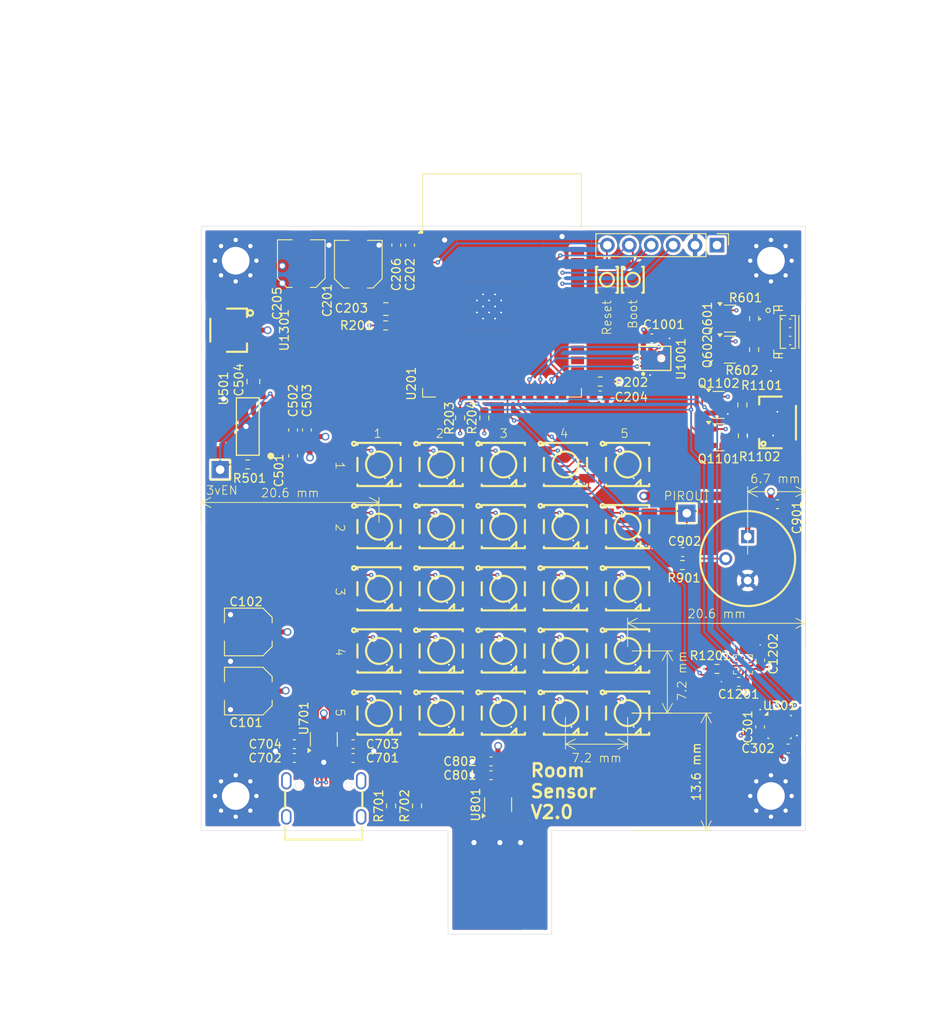
<source format=kicad_pcb>
(kicad_pcb (version 20240108) (generator "pcbnew") (generator_version "8.0")
  (layers (0 "F.Cu" signal) (1 "In1.Cu" power "Ground") (2 "In2.Cu" power "Power") (31 "B.Cu" signal) (34 "B.Paste" user) (35 "F.Paste" user) (36 "B.SilkS" user "B.Silkscreen") (37 "F.SilkS" user "F.Silkscreen") (38 "B.Mask" user) (39 "F.Mask" user) (44 "Edge.Cuts" user))
  (net 0 "")
  (net 4 "GND")
  (net 8 "Net-(LED401-DO)")
  (net 12 "Net-(LED402-DO)")
  (net 13 "Net-(LED403-DO)")
  (net 14 "Net-(LED404-DO)")
  (net 16 "Net-(LED405-DO)")
  (net 17 "Net-(LED406-DO)")
  (net 21 "Net-(LED407-DO)")
  (net 22 "Net-(LED408-DO)")
  (net 25 "Net-(LED409-DO)")
  (net 26 "Net-(LED410-DO)")
  (net 27 "Net-(LED411-DO)")
  (net 28 "Net-(LED412-DO)")
  (net 29 "Net-(LED413-DO)")
  (net 30 "Net-(LED415-DO)")
  (net 31 "Net-(LED416-DO)")
  (net 32 "Net-(LED417-DO)")
  (net 33 "Net-(LED418-DO)")
  (net 34 "Net-(LED419-DO)")
  (net 35 "Net-(LED420-DO)")
  (net 36 "Net-(LED421-DO)")
  (net 37 "Net-(LED422-DO)")
  (net 38 "Net-(LED423-DO)")
  (net 39 "Net-(LED424-DO)")
  (net 41 "/usba/USB.DP")
  (net 42 "/usba/USB.DN")
  (net 43 "/esp32/USB.DP")
  (net 44 "/esp32/USB.DN")
  (net 45 "Net-(LED414-DO)")
  (net 46 "/3v3/3v3")
  (net 47 "/esp32/enable")
  (net 48 "/esp32/boot")
  (net 49 "+5V")
  (net 50 "Net-(U501-NR{slash}FB)")
  (net 51 "Net-(Q601-D)")
  (net 52 "Net-(Q602-D)")
  (net 53 "/esp32/tx")
  (net 54 "/esp32/rx")
  (net 55 "/esp32/LED")
  (net 56 "Net-(U501-EN)")
  (net 57 "Net-(USBC701-CC1)")
  (net 58 "Net-(USBC701-CC2)")
  (net 66 "/usbc/DN")
  (net 67 "/usbc/DP")
  (net 68 "Net-(U802-D-)")
  (net 69 "Net-(U802-D+)")
  (net 76 "/esp32/motion")
  (net 77 "Net-(Q1101-D)")
  (net 78 "Net-(Q1102-D)")
  (net 79 "/esp32/I2S.SD")
  (net 80 "/esp32/I2S.SCK")
  (net 81 "/esp32/I2S.WS")
  (net 82 "Net-(U1201-CS)")
  (net 83 "/accel/I2C.SCL")
  (net 88 "/accel/I2C.SDA")
  (net 91 "/accel/INT")
  (net 92 "/esp32/temp")
  (footprint "Resistor_SMD:R_0603_1608Metric" (layer "F.Cu") (at 42 34.2 90)
    (property "Reference" "R203")
    (property "Value" "10k")
  )
  (footprint "easyeda2kicad:LED-SMD_4P-L5.0-W5.0-TL-1" (layer "F.Cu") (at 54.2 54)
    (property "Reference" "LED414" (hide yes))
    (property "Value" "XL-5050RGBC-WS2812B-S")
  )
  (footprint "easyeda2kicad:SOT-223-6_L6.5-W3.5-P1.27-LS7.0-BR" (layer "F.Cu") (at 17.4 35.2)
    (property "Reference" "U501")
    (property "Value" "TPS73733DCQ_C5220270")
  )
  (footprint "easyeda2kicad:LED-SMD_4P-L5.0-W5.0-TL-1" (layer "F.Cu") (at 32.6 46.8)
    (property "Reference" "LED406" (hide yes))
    (property "Value" "XL-5050RGBC-WS2812B-S")
  )
  (footprint "easyeda2kicad:LED-SMD_4P-L5.0-W5.0-TL-1" (layer "F.Cu") (at 39.8 68.4)
    (property "Reference" "LED422" (hide yes))
    (property "Value" "XL-5050RGBC-WS2812B-S")
  )
  (footprint "Resistor_SMD:R_0603_1608Metric" (layer "F.Cu") (at 76.05 26.3 90)
    (property "Reference" "R602")
    (property "Value" "10k")
  )
  (footprint "MountingHole:MountingHole_3.2mm_M3_Pad_Via" (layer "F.Cu") (at 16 78)
    (property "Reference" "H101" (hide yes))
    (property "Value" "MountingHole_Pad")
  )
  (footprint "easyeda2kicad:LED-SMD_4P-L5.0-W5.0-TL-1" (layer "F.Cu") (at 61.4 54)
    (property "Reference" "LED415" (hide yes))
    (property "Value" "XL-5050RGBC-WS2812B-S")
  )
  (footprint "Connector_PinHeader_2.54mm:PinHeader_1x06_P2.54mm_Vertical" (layer "F.Cu") (at 71.75 14.2 -90)
    (property "Reference" "J201" (hide yes))
    (property "Value" "Conn_01x06")
  )
  (footprint "MountingHole:MountingHole_3.2mm_M3_Pad_Via" (layer "F.Cu") (at 78 78)
    (property "Reference" "H104" (hide yes))
    (property "Value" "MountingHole_Pad")
  )
  (footprint "Capacitor_SMD:C_0603_1608Metric" (layer "F.Cu") (at 34.6 14.2 90)
    (property "Reference" "C206")
    (property "Value" "1uF")
  )
  (footprint "easyeda2kicad:LED-SMD_4P-L5.0-W5.0-TL-1" (layer "F.Cu") (at 32.6 68.4)
    (property "Reference" "LED421" (hide yes))
    (property "Value" "XL-5050RGBC-WS2812B-S")
  )
  (footprint "Capacitor_SMD:C_Elec_5x5.8" (layer "F.Cu") (at 23.6 16.3375 90)
    (property "Reference" "C205")
    (property "Value" "22uF")
  )
  (footprint "easyeda2kicad:CONN-SMD_BM04B-SRSS-TB" (layer "F.Cu") (at 79.26 24.25 -90)
    (property "Reference" "CN601" (hide yes))
    (property "Value" "BM04B-SRSS-TB(LF)(SN)")
  )
  (footprint "easyeda2kicad:LED-SMD_4P-L5.0-W5.0-TL-1" (layer "F.Cu") (at 39.8 54)
    (property "Reference" "LED412" (hide yes))
    (property "Value" "XL-5050RGBC-WS2812B-S")
  )
  (footprint "Resistor_SMD:R_0603_1608Metric" (layer "F.Cu") (at 44.8 34.2 90)
    (property "Reference" "R204")
    (property "Value" "10k")
  )
  (footprint "Capacitor_SMD:C_0603_1608Metric" (layer "F.Cu") (at 29.6 73.6)
    (property "Reference" "C701")
    (property "Value" "100nF")
  )
  (footprint "Capacitor_SMD:C_Elec_5x5.8" (layer "F.Cu") (at 30.2 16.4 90)
    (property "Reference" "C201")
    (property "Value" "22uF")
  )
  (footprint "easyeda2kicad:LED-SMD_4P-L5.0-W5.0-TL-1" (layer "F.Cu") (at 61.4 39.6)
    (property "Reference" "LED405" (hide yes))
    (property "Value" "XL-5050RGBC-WS2812B-S")
  )
  (footprint "Capacitor_SMD:C_0805_2012Metric" (layer "F.Cu") (at 18.05 30 90)
    (property "Reference" "C504")
    (property "Value" "10nF")
  )
  (footprint "Capacitor_SMD:C_0603_1608Metric" (layer "F.Cu") (at 58.2 31.6)
    (property "Reference" "C204")
    (property "Value" "1uf")
  )
  (footprint "easyeda2kicad:LED-SMD_4P-L5.0-W5.0-TL-1" (layer "F.Cu") (at 32.6 54)
    (property "Reference" "LED411" (hide yes))
    (property "Value" "XL-5050RGBC-WS2812B-S")
  )
  (footprint "easyeda2kicad:LED-SMD_4P-L5.0-W5.0-TL-1" (layer "F.Cu") (at 54.2 68.4)
    (property "Reference" "LED424" (hide yes))
    (property "Value" "XL-5050RGBC-WS2812B-S")
  )
  (footprint "Capacitor_SMD:C_0603_1608Metric" (layer "F.Cu") (at 22.65 35.6 90)
    (property "Reference" "C502")
    (property "Value" "1uF")
  )
  (footprint "Resistor_SMD:R_0603_1608Metric" (layer "F.Cu") (at 74.75 36.275 90)
    (property "Reference" "R1102")
    (property "Value" "10k")
  )
  (footprint "easyeda2kicad:LED-SMD_4P-L5.0-W5.0-TL-1" (layer "F.Cu") (at 54.2 61.2)
    (property "Reference" "LED419" (hide yes))
    (property "Value" "XL-5050RGBC-WS2812B-S")
  )
  (footprint "Capacitor_SMD:C_0603_1608Metric" (layer "F.Cu") (at 22.8 73.6 180)
    (property "Reference" "C702")
    (property "Value" "100nF")
  )
  (footprint "Resistor_SMD:R_0603_1608Metric" (layer "F.Cu") (at 33.375 23.4975 180)
    (property "Reference" "R201")
    (property "Value" "10k")
  )
  (footprint "RF_Module:ESP32-S3-WROOM-1" (layer "F.Cu") (at 46.85 18.84)
    (property "Reference" "U201")
    (property "Value" "ESP32-S3-WROOM-1-N8R8")
  )
  (footprint "Package_TO_SOT_SMD:SOT-23" (layer "F.Cu") (at 71.9375 32.7)
    (property "Reference" "Q1102")
    (property "Value" "BSS138")
  )
  (footprint "easyeda2kicad:LED-SMD_4P-L5.0-W5.0-TL-1" (layer "F.Cu") (at 54.2 46.8)
    (property "Reference" "LED409" (hide yes))
    (property "Value" "XL-5050RGBC-WS2812B-S")
  )
  (footprint "Resistor_SMD:R_0603_1608Metric" (layer "F.Cu") (at 34 79.1475 90)
    (property "Reference" "R701")
    (property "Value" "5.1k")
  )
  (footprint "easyeda2kicad:LED-SMD_4P-L5.0-W5.0-TL-1" (layer "F.Cu") (at 47 39.6)
    (property "Reference" "LED403" (hide yes))
    (property "Value" "XL-5050RGBC-WS2812B-S")
  )
  (footprint "easyeda2kicad:USB-C_SMD-TYPE-C-31-M-12" (layer "F.Cu") (at 26.2 77.9475)
    (property "Reference" "USBC701" (hide yes))
    (property "Value" "TYPE-C-31-M-12")
  )
  (footprint "Resistor_SMD:R_0603_1608Metric" (layer "F.Cu") (at 76.05 22.7 -90)
    (property "Reference" "R601")
    (property "Value" "10k")
  )
  (footprint "Capacitor_SMD:C_0603_1608Metric" (layer "F.Cu") (at 22.65 38.6 -90)
    (property "Reference" "C501")
    (property "Value" "1uF")
  )
  (footprint "Capacitor_SMD:C_0603_1608Metric" (layer "F.Cu") (at 24.25 35.6 90)
    (property "Reference" "C503")
    (property "Value" "1uF")
  )
  (footprint "easyeda2kicad:LGA-14_L2.0-W2.0-P0.35-BL" (layer "F.Cu") (at 74.75 62.75)
    (property "Reference" "U1201" (hide yes))
    (property "Value" "LIS2DHTR")
  )
  (footprint "easyeda2kicad:LED-SMD_4P-L5.0-W5.0-TL-1" (layer "F.Cu") (at 32.6 61.2)
    (property "Reference" "LED416" (hide yes))
    (property "Value" "XL-5050RGBC-WS2812B-S")
  )
  (footprint "Capacitor_SMD:C_0603_1608Metric" (layer "F.Cu") (at 36.2 14.2 90)
    (property "Reference" "C202")
    (property "Value" "100nF")
  )
  (footprint "Resistor_SMD:R_0603_1608Metric" (layer "F.Cu") (at 74.6875 32.7 -90)
    (property "Reference" "R1101")
    (property "Value" "10k")
  )
  (footprint "MountingHole:MountingHole_3.2mm_M3_Pad_Via" (layer "F.Cu") (at 78 16)
    (property "Reference" "H103" (hide yes))
    (property "Value" "MountingHole_Pad")
  )
  (footprint "easyeda2kicad:MIC-SMD_6P-L3.5-W2.7-P0.90-BL" (layer "F.Cu") (at 64.51 27.3)
    (property "Reference" "U1001")
    (property "Value" "ICS-43434_C5656610")
  )
  (footprint "Package_TO_SOT_SMD:SOT-23" (layer "F.Cu") (at 73.25 26.3)
    (property "Reference" "Q602")
    (property "Value" "BSS138")
  )
  (footprint "Capacitor_SMD:C_0603_1608Metric" (layer "F.Cu") (at 78.75 44.2)
    (property "Reference" "C901")
    (property "Value" "100nF")
  )
  (footprint "MountingHole:MountingHole_3.2mm_M3_Pad_Via" (layer "F.Cu") (at 16 16)
    (property "Reference" "H102" (hide yes))
    (property "Value" "MountingHole_Pad")
  )
  (footprint "easyeda2kicad:LED-SMD_4P-L5.0-W5.0-TL-1" (layer "F.Cu") (at 61.4 61.2)
    (property "Reference" "LED420" (hide yes))
    (property "Value" "XL-5050RGBC-WS2812B-S")
  )
  (footprint "Resistor_SMD:R_0603_1608Metric" (layer "F.Cu") (at 37 79.1475 90)
    (property "Reference" "R702")
    (property "Value" "5.1k")
  )
  (footprint "Package_TO_SOT_SMD:SOT-23" (layer "F.Cu") (at 73.25 22.7)
    (property "Reference" "Q601")
    (property "Value" "BSS138")
  )
  (footprint "Package_LGA:Bosch_LGA-8_2.5x2.5mm_P0.65mm_ClockwisePinNumbering" (layer "F.Cu") (at 79 70)
    (property "Reference" "U301")
    (property "Value" "BME280")
  )
  (footprint "easyeda2kicad:LED-SMD_4P-L5.0-W5.0-TL-1" (layer "F.Cu") (at 47 46.8)
    (property "Reference" "LED408" (hide yes))
    (property "Value" "XL-5050RGBC-WS2812B-S")
  )
  (footprint "easyeda2kicad:LED-SMD_4P-L5.0-W5.0-TL-1" (layer "F.Cu") (at 61.4 68.4)
    (property "Reference" "LED425" (hide yes))
    (property "Value" "XL-5050RGBC-WS2812B-S")
  )
  (footprint "easyeda2kicad:LabeledTestPoint" (layer "F.Cu") (at 68.25 45.25)
    (property "Reference" "TP902" (hide yes))
    (property "Value" "LabeledTestPoint")
  )
  (footprint "Capacitor_SMD:C_0603_1608Metric" (layer "F.Cu") (at 76.75 70 90)
    (property "Reference" "C301")
    (property "Value" "100nF")
  )
  (footprint "Resistor_SMD:R_0603_1608Metric" (layer "F.Cu") (at 17.4 39.6 180)
    (property "Reference" "R501")
    (property "Value" "10k")
  )
  (footprint "Capacitor_SMD:C_0603_1608Metric" (layer "F.Cu") (at 45.575 75.6 180)
    (property "Reference" "C801")
    (property "Value" "100nF")
  )
  (footprint "easyeda2kicad:LED-SMD_4P-L5.0-W5.0-TL-1" (layer "F.Cu") (at 54.2 39.6)
    (property "Reference" "LED404" (hide yes))
    (property "Value" "XL-5050RGBC-WS2812B-S")
  )
  (footprint "Resistor_SMD:R_0603_1608Metric" (layer "F.Cu") (at 67.75 51.25)
    (property "Reference" "R901")
    (property "Value" "24k")
  )
  (footprint "Package_TO_SOT_SMD:SOT-23-6" (layer "F.Cu") (at 46.4 79 90)
    (property "Reference" "U801")
    (property "Value" "USBLC6-2SC6")
  )
  (footprint "easyeda2kicad:CONN-SMD_SM03B-SRSS-TB-LF-SN-P" (layer "F.Cu") (at 15.69 24.05 -90)
    (property "Reference" "U1301")
    (property "Value" "SM03B-SRSS-TB(LF)(SN)(P)")
  )
  (footprint "Resistor_SMD:R_0603_1608Metric" (layer "F.Cu") (at 58.225 30)
    (property "Reference" "R202")
    (property "Value" "10k")
  )
  (footprint "Capacitor_SMD:C_0603_1608Metric" (layer "F.Cu") (at 76.76 62.28 90)
    (property "Reference" "C1202")
    (property "Value" "100nF")
  )
  (footprint "easyeda2kicad:KEY-SMD_B3U-1000PM" (layer "F.Cu") (at 59 18.2 90)
    (property "Reference" "SW201")
    (property "Value" "KEY-SMD_B3U-1000PM")
  )
  (footprint "Capacitor_SMD:C_0603_1608Metric" (layer "F.Cu") (at 29.6 72)
    (property "Reference" "C703")
    (property "Value" "1uF")
  )
  (footprint "easyeda2kicad:LED-SMD_4P-L5.0-W5.0-TL-1" (layer "F.Cu") (at 32.6 39.6)
    (property "Reference" "LED401" (hide yes))
    (property "Value" "XL-5050RGBC-WS2812B-S")
  )
  (footprint "Capacitor_SMD:C_0603_1608Metric" (layer "F.Cu") (at 80 72.5)
    (property "Reference" "C302")
    (property "Value" "100nF")
  )
  (footprint "easyeda2kicad:LED-SMD_4P-L5.0-W5.0-TL-1" (layer "F.Cu") (at 47 61.2)
    (property "Reference" "LED418" (hide yes))
    (property "Value" "XL-5050RGBC-WS2812B-S")
  )
  (footprint "easyeda2kicad:SENSOR-TH_EKMC1601111" (layer "F.Cu") (at 74.03 50.5)
    (property "Reference" "U901" (hide yes))
    (property "Value" "EKMC1601111")
  )
  (footprint "Capacitor_SMD:C_0603_1608Metric" (layer "F.Cu") (at 64.2 25)
    (property "Reference" "C1001")
    (property "Value" "100nF")
  )
  (footprint "Capacitor_SMD:C_0603_1608Metric" (layer "F.Cu") (at 45.575 74 180)
    (property "Reference" "C802")
    (property "Value" "1uF")
  )
  (footprint "Capacitor_SMD:C_0603_1608Metric" (layer "F.Cu") (at 67.775 49.75 180)
    (property "Reference" "C902")
    (property "Value" "100nF")
  )
  (footprint "Capacitor_SMD:C_0603_1608Metric" (layer "F.Cu") (at 74.26 64.78 180)
    (property "Reference" "C1201")
    (property "Value" "100nF")
  )
  (footprint "easyeda2kicad:LED-SMD_4P-L5.0-W5.0-TL-1" (layer "F.Cu") (at 47 68.4)
    (property "Reference" "LED423" (hide yes))
    (property "Value" "XL-5050RGBC-WS2812B-S")
  )
  (footprint "easyeda2kicad:LabeledTestPoint" (layer "F.Cu") (at 14.2 40.2)
    (property "Reference" "TP501" (hide yes))
    (property "Value" "LabeledTestPoint")
  )
  (footprint "Package_TO_SOT_SMD:SOT-23" (layer "F.Cu") (at 71.9375 36.45)
    (property "Reference" "Q1101")
    (property "Value" "BSS138")
  )
  (footprint "Capacitor_SMD:C_Elec_5x5.8" (layer "F.Cu") (at 17.4625 65.85 180)
    (property "Reference" "C101")
    (property "Value" "22uF")
  )
  (footprint "Capacitor_SMD:C_Elec_5x5.8" (layer "F.Cu") (at 17.4625 59 180)
    (property "Reference" "C102")
    (property "Value" "22uF")
  )
  (footprint "easyeda2kicad:LED-SMD_4P-L5.0-W5.0-TL-1" (layer "F.Cu") (at 39.8 39.6)
    (property "Reference" "LED402" (hide yes))
    (property "Value" "XL-5050RGBC-WS2812B-S")
  )
  (footprint "easyeda2kicad:usb-PCB" (layer "F.Cu") (at 46.59 94)
    (property "Reference" "U802" (hide yes))
    (property "Value" "~" (hide yes))
  )
  (footprint "easyeda2kicad:LED-SMD_4P-L5.0-W5.0-TL-1" (layer "F.Cu") (at 61.4 46.8)
    (property "Reference" "LED410" (hide yes))
    (property "Value" "XL-5050RGBC-WS2812B-S")
  )
  (footprint "easyeda2kicad:LED-SMD_4P-L5.0-W5.0-TL-1" (layer "F.Cu") (at 39.8 46.8)
    (property "Reference" "LED407" (hide yes))
    (property "Value" "XL-5050RGBC-WS2812B-S")
  )
  (footprint "Capacitor_SMD:C_0805_2012Metric" (layer "F.Cu") (at 33.4 21.6 180)
    (property "Reference" "C203")
    (property "Value" "10uf")
  )
  (footprint "Resistor_SMD:R_0603_1608Metric" (layer "F.Cu") (at 71.75 63.28)
    (property "Reference" "R1201")
    (property "Value" "10k")
  )
  (footprint "easyeda2kicad:LED-SMD_4P-L5.0-W5.0-TL-1" (layer "F.Cu") (at 39.8 61.2)
    (property "Reference" "LED417" (hide yes))
    (property "Value" "XL-5050RGBC-WS2812B-S")
  )
  (footprint "Capacitor_SMD:C_0603_1608Metric" (layer "F.Cu") (at 22.8 72 180)
    (property "Reference" "C704")
    (property "Value" "1uF")
  )
  (footprint "easyeda2kicad:KEY-SMD_B3U-1000PM" (layer "F.Cu") (at 62 18.2 90)
    (property "Reference" "SW202")
    (property "Value" "KEY-SMD_B3U-1000PM")
  )
  (footprint "Package_TO_SOT_SMD:SOT-23-6" (layer "F.Cu") (at 26.208499 71.431 90)
    (property "Reference" "U701")
    (property "Value" "USBLC6-2SC6")
  )
  (footprint "easyeda2kicad:CONN-SMD_4P-P1.00_SM04B-SRSS-TB-LF-SN" (layer "F.Cu") (at 78.4375 34.7 90)
    (property "Reference" "CN1102" (hide yes))
    (property "Value" "SM04B-SRSS-TB (LF)(SN)")
  )
  (footprint "easyeda2kicad:LED-SMD_4P-L5.0-W5.0-TL-1" (layer "F.Cu") (at 47 54)
    (property "Reference" "LED413" (hide yes))
    (property "Value" "XL-5050RGBC-WS2812B-S")
  )
  (gr_poly (pts (xy 12 12) (xy 82 12) (xy 82 82) (xy 52.6 82) (xy 52.6 94) (xy 40.6 94) (xy 40.6 82) (xy 12 82)) (stroke (width 0.05)) (fill none) (layer "Edge.Cuts"))
  (gr_text "5" (at 27.5 67.8 -90) (layer "F.SilkS") (effects (font (size 1 1) (thickness 0.1)) (justify left bottom)))
  (gr_text "4" (at 53.5 36.6 0) (layer "F.SilkS") (effects (font (size 1 1) (thickness 0.1)) (justify left bottom)))
  (gr_text "2" (at 39.1 36.6 0) (layer "F.SilkS") (effects (font (size 1 1) (thickness 0.1)) (justify left bottom)))
  (gr_text "Room\nSensor\nV2.0" (at 50 80.75 0) (layer "F.SilkS") (effects (font (size 1.5 1.5) (thickness 0.3) (bold yes)) (justify left bottom)))
  (gr_text "2" (at 27.5 46.4 -90) (layer "F.SilkS") (effects (font (size 1 1) (thickness 0.1)) (justify left bottom)))
  (gr_text "5" (at 60.5 36.6 0) (layer "F.SilkS") (effects (font (size 1 1) (thickness 0.1)) (justify left bottom)))
  (gr_text "3" (at 46.5 36.6 0) (layer "F.SilkS") (effects (font (size 1 1) (thickness 0.1)) (justify left bottom)))
  (gr_text "1" (at 27.5 39.2 -90) (layer "F.SilkS") (effects (font (size 1 1) (thickness 0.1)) (justify left bottom)))
  (gr_text "1" (at 31.9 36.6 0) (layer "F.SilkS") (effects (font (size 1 1) (thickness 0.1)) (justify left bottom)))
  (gr_text "4" (at 27.5 60.8 -90) (layer "F.SilkS") (effects (font (size 1 1) (thickness 0.1)) (justify left bottom)))
  (gr_text "3" (at 27.5 53.8 -90) (layer "F.SilkS") (effects (font (size 1 1) (thickness 0.1)) (justify left bottom)))
  (dimension (type aligned) (layer "F.SilkS") (pts (xy 75.3 50.5) (xy 82 50.5)) (height -7.75) (gr_text "6.7 mm" (at 78.5 41.25 0) (layer "F.SilkS") (effects (font (size 1 1) (thickness 0.1)))) (format (prefix "") (suffix "") (units 3) (units_format 1) (precision 4) suppress_zeroes) (style (thickness 0.1) (arrow_length 1.27) (text_position_mode 2) (extension_height 0.58642) (extension_offset 0.5) keep_text_aligned))
  (dimension (type aligned) (layer "F.SilkS") (pts (xy 61.4 68.4) (xy 61.4 61.2)) (height 4.6) (gr_text "7.2 mm" (at 67.7 64.1 90) (layer "F.SilkS") (effects (font (size 1 1) (thickness 0.1)))) (format (prefix "") (suffix "") (units 3) (units_format 1) (precision 4) suppress_zeroes) (style (thickness 0.1) (arrow_length 1.27) (text_position_mode 2) (extension_height 0.58642) (extension_offset 0.5) keep_text_aligned))
  (dimension (type aligned) (layer "F.SilkS") (pts (xy 61.4 68.4) (xy 54.2 68.4)) (height -3.6) (gr_text "7.2 mm" (at 57.8 73.6 0) (layer "F.SilkS") (effects (font (size 1 1) (thickness 0.1)))) (format (prefix "") (suffix "") (units 3) (units_format 1) (precision 4) suppress_zeroes) (style (thickness 0.1) (arrow_length 1.27) (text_position_mode 2) (extension_height 0.58642) (extension_offset 0.5) keep_text_aligned))
  (dimension (type aligned) (layer "F.SilkS") (pts (xy 32.6 46.8) (xy 12 46.8)) (height 2.8) (gr_text "20.6 mm" (at 22.3 42.9 0) (layer "F.SilkS") (effects (font (size 1 1) (thickness 0.1)))) (format (prefix "") (suffix "") (units 3) (units_format 1) (precision 4) suppress_zeroes) (style (thickness 0.1) (arrow_length 1.27) (text_position_mode 0) (extension_height 0.58642) (extension_offset 0.5) keep_text_aligned))
  (dimension (type aligned) (layer "F.SilkS") (pts (xy 61.4 68.4) (xy 61.4 82)) (height -9.1) (gr_text "13.6 mm" (at 69.35 75.2 90) (layer "F.SilkS") (effects (font (size 1 1) (thickness 0.15)))) (format (prefix "") (suffix "") (units 3) (units_format 1) (precision 4) suppress_zeroes) (style (thickness 0.1) (arrow_length 1.27) (text_position_mode 0) (extension_height 0.58642) (extension_offset 0.5) keep_text_aligned))
  (dimension (type aligned) (layer "F.SilkS") (pts (xy 61.4 61.2) (xy 82 61.2)) (height -3.2) (gr_text "20.6 mm" (at 71.7 56.9 0) (layer "F.SilkS") (effects (font (size 1 1) (thickness 0.1)))) (format (prefix "") (suffix "") (units 3) (units_format 1) (precision 4) suppress_zeroes) (style (thickness 0.1) (arrow_length 1.27) (text_position_mode 0) (extension_height 0.58642) (extension_offset 0.5) keep_text_aligned))
  (segment (start 20.25 35.2) (end 22.275 35.2) (width 0.6) (layer "F.Cu") (net 4))
  (segment (start 75.839 62.92) (end 75.877 62.882) (width 0.2) (layer "F.Cu") (net 4))
  (segment (start 64.05 28.2) (end 64.34 28.2) (width 0.4) (layer "F.Cu") (net 4))
  (segment (start 64.99 27.95) (end 65.6 27.95) (width 0.4) (layer "F.Cu") (net 4))
  (segment (start 75.877 62.388) (end 76.76 61.505) (width 0.2) (layer "F.Cu") (net 4))
  (segment (start 78.675 71.025) (end 78.675 70.825) (width 0.2) (layer "F.Cu") (net 4))
  (segment (start 78.675 71.325) (end 77.75 72.25) (width 0.2) (layer "F.Cu") (net 4))
  (segment (start 64.975 25) (end 65.85533 25.88033) (width 0.6) (layer "F.Cu") (net 4))
  (segment (start 78.675 71.025) (end 78.675 71.325) (width 0.2) (layer "F.Cu") (net 4))
  (segment (start 73.99 62.92) (end 75.839 62.92) (width 0.2) (layer "F.Cu") (net 4))
  (segment (start 65.8 26.85) (end 65.95 27) (width 0.4) (layer "F.Cu") (net 4))
  (segment (start 64.34 28.2) (end 64.79 27.75) (width 0.4) (layer "F.Cu") (net 4))
  (segment (start 65.6 26.65) (end 65.8 26.85) (width 0.4) (layer "F.Cu") (net 4))
  (segment (start 64.84 26.79) (end 64.890761 26.79) (width 0.4) (layer "F.Cu") (net 4))
  (segment (start 73.299412 62.92) (end 72.879412 62.5) (width 0.2) (layer "F.Cu") (net 4))
  (segment (start 22.65 34.825) (end 24.25 34.825) (width 0.6) (layer "F.Cu") (net 4))
  (segment (start 79.948 70.548) (end 79.975 70.575) (width 0.2) (layer "F.Cu") (net 4))
  (segment (start 22.275 35.2) (end 22.65 34.825) (width 0.6) (layer "F.Cu") (net 4))
  (segment (start 78.675 70.825) (end 78.952 70.548) (width 0.2) (layer "F.Cu") (net 4))
  (segment (start 65.95 27) (end 65.95 27.6) (width 0.4) (layer "F.Cu") (net 4))
  (segment (start 64.65 27.61) (end 64.65 26.98) (width 0.4) (layer "F.Cu") (net 4))
  (segment (start 64.79 27.75) (end 64.65 27.61) (width 0.4) (layer "F.Cu") (net 4))
  (segment (start 64.65 26.98) (end 64.84 26.79) (width 0.4) (layer "F.Cu") (net 4))
  (segment (start 65.85533 25.88033) (end 65.85533 26.79467) (width 0.6) (layer "F.Cu") (net 4))
  (segment (start 72.879412 62.5) (end 72.5 62.5) (width 0.2) (layer "F.Cu") (net 4))
  (segment (start 75.877 62.882) (end 75.877 62.388) (width 0.2) (layer "F.Cu") (net 4))
  (segment (start 65.6 27.95) (end 65.74 27.81) (width 0.4) (layer "F.Cu") (net 4))
  (segment (start 79.975 70.575) (end 79.975 71.025) (width 0.2) (layer "F.Cu") (net 4))
  (segment (start 73.99 62.92) (end 73.299412 62.92) (width 0.2) (layer "F.Cu") (net 4))
  (segment (start 64.890761 26.79) (end 65.030761 26.65) (width 0.4) (layer "F.Cu") (net 4))
  (segment (start 64.79 27.75) (end 64.99 27.95) (width 0.4) (layer "F.Cu") (net 4))
  (segment (start 78.952 70.548) (end 79.948 70.548) (width 0.2) (layer "F.Cu") (net 4))
  (segment (start 65.95 27.6) (end 65.74 27.81) (width 0.4) (layer "F.Cu") (net 4))
  (segment (start 65.030761 26.65) (end 65.6 26.65) (width 0.4) (layer "F.Cu") (net 4))
  (via (at 47.7 48.4) (size 0.5) (drill 0.2) (layers "F.Cu" "B.Cu") (net 4))
  (via (at 78.25 36.25) (size 0.5) (drill 0.2) (layers "F.Cu" "B.Cu") (net 4))
  (via (at 20.6 72.8) (size 0.9) (drill 0.6) (layers "F.Cu" "B.Cu") (net 4))
  (via (at 33.3 41.2) (size 0.5) (drill 0.2) (layers "F.Cu" "B.Cu") (net 4))
  (via (at 78.75 33.5) (size 0.5) (drill 0.2) (layers "F.Cu" "B.Cu") (net 4))
  (via (at 33.3 55.6) (size 0.5) (drill 0.2) (layers "F.Cu" "B.Cu") (net 4))
  (via (at 78 28.75) (size 0.5) (drill 0.2) (layers "F.Cu" "B.Cu") (net 4))
  (via (at 15.4 68) (size 0.9) (drill 0.6) (layers "F.Cu" "B.Cu") (net 4))
  (via (at 40.5 48.4) (size 0.5) (drill 0.2) (layers "F.Cu" "B.Cu") (net 4))
  (via (at 14.6 32) (size 0.9) (drill 0.6) (layers "F.Cu" "B.Cu") (net 4))
  (via (at 76.75 22.75) (size 0.5) (drill 0.2) (layers "F.Cu" "B.Cu") (net 4))
  (via (at 46.6 83.4) (size 0.9) (drill 0.6) (layers "F.Cu" "B.Cu") (net 4))
  (via (at 15.4 62.4) (size 0.9) (drill 0.6) (layers "F.Cu" "B.Cu") (net 4))
  (via (at 75.25 36.25) (size 0.5) (drill 0.2) (layers "F.Cu" "B.Cu") (net 4))
  (via (at 43.4 74) (size 0.9) (drill 0.6) (layers "F.Cu" "B.Cu") (net 4))
  (via (at 62.1 41.2) (size 0.5) (drill 0.2) (layers "F.Cu" "B.Cu") (net 4))
  (via (at 47.9 70) (size 0.5) (drill 0.2) (layers "F.Cu" "B.Cu") (net 4))
  (via (at 62.3 62.8) (size 0.5) (drill 0.2) (layers "F.Cu" "B.Cu") (net 4))
  (via (at 79.25 22.75) (size 0.5) (drill 0.2) (layers "F.Cu" "B.Cu") (net 4))
  (via (at 55.1 62.8) (size 0.5) (drill 0.2) (layers "F.Cu" "B.Cu") (net 4))
  (via (at 33.5 69.7475) (size 0.5) (drill 0.2) (layers "F.Cu" "B.Cu") (net 4))
  (via (at 32 72.8) (size 0.9) (drill 0.6) (layers "F.Cu" "B.Cu") (net 4))
  (via (at 78 68) (size 0.5) (drill 0.2) (layers "F.Cu" "B.Cu") (net 4))
  (via (at 17.2 35.2) (size 0.9) (drill 0.6) (layers "F.Cu" "B.Cu") (net 4))
  (via (at 73 33.75) (size 0.5) (drill 0.2) (layers "F.Cu" "B.Cu") (net 4))
  (via (at 54.9 70) (size 0.5) (drill 0.2) (layers "F.Cu" "B.Cu") (net 4))
  (via (at 40.7 70) (size 0.5) (drill 0.2) (layers "F.Cu" "B.Cu") (net 4))
  (via (at 47.9 62.8) (size 0.5) (drill 0.2) (layers "F.Cu" "B.Cu") (net 4))
  (via (at 43.6 83.4) (size 0.9) (drill 0.6) (layers "F.Cu" "B.Cu") (net 4))
  (via (at 64 29.25) (size 0.5) (drill 0.2) (layers "F.Cu" "B.Cu") (net 4))
  (via (at 40.5 55.6) (size 0.5) (drill 0.2) (layers "F.Cu" "B.Cu") (net 4))
  (via (at 26.8 14.2) (size 0.9) (drill 0.6) (layers "F.Cu" "B.Cu") (net 4))
  (via (at 49 83.4) (size 0.9) (drill 0.6) (layers "F.Cu" "B.Cu") (net 4))
  (via (at 66.25 25) (size 0.5) (drill 0.2) (layers "F.Cu" "B.Cu") (net 4))
  (via (at 43.4 75.6) (size 0.9) (drill 0.6) (layers "F.Cu" "B.Cu") (net 4))
  (via (at 40.2 13.6) (size 0.9) (drill 0.6) (layers "F.Cu" "B.Cu") (net 4))
  (via (at 33.5 62.8) (size 0.5) (drill 0.2) (layers "F.Cu" "B.Cu") (net 4))
  (via (at 72.25 64.75) (size 0.25) (drill 0.15) (layers "F.Cu" "B.Cu") (net 4))
  (via (at 54.9 55.6) (size 0.5) (drill 0.2) (layers "F.Cu" "B.Cu") (net 4))
  (via (at 33.3 48.4) (size 0.5) (drill 0.2) (layers "F.Cu" "B.Cu") (net 4))
  (via (at 62.1 48.4) (size 0.5) (drill 0.2) (layers "F.Cu" "B.Cu") (net 4))
  (via (at 26.2 74.1) (size 0.9) (drill 0.6) (layers "F.Cu" "B.Cu") (net 4))
  (via (at 72.25 62.25) (size 0.25) (drill 0.15) (layers "F.Cu" "B.Cu") (net 4))
  (via (at 81 71) (size 0.5) (drill 0.2) (layers "F.Cu" "B.Cu") (net 4))
  (via (at 47.7 55.6) (size 0.5) (drill 0.2) (layers "F.Cu" "B.Cu") (net 4))
  (via (at 47.7 41.2) (size 0.5) (drill 0.2) (layers "F.Cu" "B.Cu") (net 4))
  (via (at 62.3 55.6) (size 0.5) (drill 0.2) (layers "F.Cu" "B.Cu") (net 4))
  (via (at 55.1 48.4) (size 0.5) (drill 0.2) (layers "F.Cu" "B.Cu") (net 4))
  (via (at 54.9 41.2) (size 0.5) (drill 0.2) (layers "F.Cu" "B.Cu") (net 4))
  (via (at 15.4 57) (size 0.9) (drill 0.6) (layers "F.Cu" "B.Cu") (net 4))
  (via (at 76.75 68) (size 0.5) (drill 0.2) (layers "F.Cu" "B.Cu") (net 4))
  (via (at 40.7 62.8) (size 0.5) (drill 0.2) (layers "F.Cu" "B.Cu") (net 4))
  (via (at 32.6 14.2) (size 0.9) (drill 0.6) (layers "F.Cu" "B.Cu") (net 4))
  (via (at 53.8 13.2) (size 0.9) (drill 0.6) (layers "F.Cu" "B.Cu") (net 4))
  (via (at 76.75 60.5) (size 0.25) (drill 0.15) (layers "F.Cu" "B.Cu") (net 4))
  (via (at 62.1 70) (size 0.5) (drill 0.2) (layers "F.Cu" "B.Cu") (net 4))
  (via (at 40.5 41.2) (size 0.5) (drill 0.2) (layers "F.Cu" "B.Cu") (net 4))
  (segment (start 40.8 39.6) (end 42.4 38) (width 0.2) (layer "F.Cu") (net 8))
  (segment (start 31.6 39.6) (end 40.8 39.6) (width 0.2) (layer "F.Cu") (net 8))
  (segment (start 30.1 41.1) (end 31.6 39.6) (width 0.2) (layer "F.Cu") (net 8))
  (segment (start 40.935448 39.927) (end 41.262448 39.6) (width 0.2) (layer "F.Cu") (net 12))
  (segment (start 41.262448 39.6) (end 47.9 39.6) (width 0.2) (layer "F.Cu") (net 12))
  (segment (start 39.973 39.927) (end 40.935448 39.927) (width 0.2) (layer "F.Cu") (net 12))
  (segment (start 38.7 41.2) (end 39.973 39.927) (width 0.2) (layer "F.Cu") (net 12))
  (segment (start 37.3 41.2) (end 38.7 41.2) (width 0.2) (layer "F.Cu") (net 12))
  (segment (start 47.9 39.6) (end 49.5 38) (width 0.2) (layer "F.Cu") (net 12))
  (segment (start 54.6 39.8) (end 56.4 38) (width 0.2) (layer "F.Cu") (net 13))
  (segment (start 45.227 40.473) (end 48.127 40.473) (width 0.2) (layer "F.Cu") (net 13))
  (segment (start 44.5 41.2) (end 45.227 40.473) (width 0.2) (layer "F.Cu") (net 13))
  (segment (start 48.8 39.8) (end 54.6 39.8) (width 0.2) (layer "F.Cu") (net 13))
  (segment (start 48.127 40.473) (end 48.8 39.8) (width 0.2) (layer "F.Cu") (net 13))
  (segment (start 51.7 41.2) (end 52.427 40.473) (width 0.2) (layer "F.Cu") (net 14))
  (segment (start 61.6 39.8) (end 63.4 38) (width 0.2) (layer "F.Cu") (net 14))
  (segment (start 52.427 40.473) (end 55.127 40.473) (width 0.2) (layer "F.Cu") (net 14))
  (segment (start 55.127 40.473) (end 55.8 39.8) (width 0.2) (layer "F.Cu") (net 14))
  (segment (start 55.8 39.8) (end 61.6 39.8) (width 0.2) (layer "F.Cu") (net 14))
  (segment (start 35.1 43.8) (end 35.1 45.2) (width 0.2) (layer "F.Cu") (net 16))
  (segment (start 35.9 43) (end 35.1 43.8) (width 0.2) (layer "F.Cu") (net 16))
  (segment (start 58.9 41.2) (end 57.1 43) (width 0.2) (layer "F.Cu") (net 16))
  (segment (start 57.1 43) (end 35.9 43) (width 0.2) (layer "F.Cu") (net 16))
  (segment (start 31.7 46.8) (end 40.7 46.8) (width 0.2) (layer "F.Cu") (net 17))
  (segment (start 40.7 46.8) (end 42.3 45.2) (width 0.2) (layer "F.Cu") (net 17))
  (segment (start 30.1 48.4) (end 31.7 46.8) (width 0.2) (layer "F.Cu") (net 17))
  (segment (start 37.3 48.4) (end 38.5 47.2) (width 0.2) (layer "F.Cu") (net 21))
  (segment (start 47.5 47.2) (end 49.5 45.2) (width 0.2) (layer "F.Cu") (net 21))
  (segment (start 38.5 47.2) (end 47.5 47.2) (width 0.2) (layer "F.Cu") (net 21))
  (segment (start 54.3 47.6) (end 56.7 45.2) (width 0.2) (layer "F.Cu") (net 22))
  (segment (start 45.7 47.6) (end 54.3 47.6) (width 0.2) (layer "F.Cu") (net 22))
  (segment (start 44.9 48.4) (end 45.7 47.6) (width 0.2) (layer "F.Cu") (net 22))
  (segment (start 55.7 46.8) (end 61.9 46.8) (width 0.2) (layer "F.Cu") (net 25))
  (segment (start 51.7 48.4) (end 54.1 48.4) (width 0.2) (layer "F.Cu") (net 25))
  (segment (start 54.1 48.4) (end 55.7 46.8) (width 0.2) (layer "F.Cu") (net 25))
  (segment (start 61.9 46.8) (end 63.5 45.2) (width 0.2) (layer "F.Cu") (net 25))
  (segment (start 58.9 48.4) (end 56.9 50.4) (width 0.2) (layer "F.Cu") (net 26))
  (segment (start 56.9 50.4) (end 36.7 50.4) (width 0.2) (layer "F.Cu") (net 26))
  (segment (start 36.7 50.4) (end 35.1 52) (width 0.2) (layer "F.Cu") (net 26))
  (segment (start 40.5 52.4) (end 42.3 52.4) (width 0.2) (layer "F.Cu") (net 27))
  (segment (start 39.3 53.6) (end 40.5 52.4) (width 0.2) (layer "F.Cu") (net 27))
  (segment (start 30.1 55.6) (end 32.1 53.6) (width 0.2) (layer "F.Cu") (net 27))
  (segment (start 32.1 53.6) (end 39.3 53.6) (width 0.2) (layer "F.Cu") (net 27))
  (segment (start 37.7 54) (end 47.9 54) (width 0.2) (layer "F.Cu") (net 28))
  (segment (start 37.3 54.4) (end 37.7 54) (width 0.2) (layer "F.Cu") (net 28))
  (segment (start 47.9 54) (end 49.5 52.4) (width 0.2) (layer "F.Cu") (net 28))
  (segment (start 37.3 55.6) (end 37.3 54.4) (width 0.2) (layer "F.Cu") (net 28))
  (segment (start 44.5 54.8) (end 44.9 54.4) (width 0.2) (layer "F.Cu") (net 29))
  (segment (start 44.5 55.6) (end 44.5 54.8) (width 0.2) (layer "F.Cu") (net 29))
  (segment (start 54.7 54.4) (end 56.7 52.4) (width 0.2) (layer "F.Cu") (net 29))
  (segment (start 44.9 54.4) (end 54.7 54.4) (width 0.2) (layer "F.Cu") (net 29))
  (segment (start 56.9 57.6) (end 37.1 57.6) (width 0.2) (layer "F.Cu") (net 30))
  (segment (start 37.1 57.6) (end 35.1 59.6) (width 0.2) (layer "F.Cu") (net 30))
  (segment (start 58.9 55.6) (end 56.9 57.6) (width 0.2) (layer "F.Cu") (net 30))
  (segment (start 30.1 62.8) (end 32.1 60.8) (width 0.2) (layer "F.Cu") (net 31))
  (segment (start 41.1 60.8) (end 42.3 59.6) (width 0.2) (layer "F.Cu") (net 31))
  (segment (start 32.1 60.8) (end 41.1 60.8) (width 0.2) (layer "F.Cu") (net 31))
  (segment (start 38.5 61.2) (end 47.9 61.2) (width 0.2) (layer "F.Cu") (net 32))
  (segment (start 38.173 61.127) (end 38.427 61.127) (width 0.2) (layer "F.Cu") (net 32))
  (segment (start 37.3 62.8) (end 37.3 62) (width 0.2) (layer "F.Cu") (net 32))
  (segment (start 47.9 61.2) (end 49.5 59.6) (width 0.2) (layer "F.Cu") (net 32))
  (segment (start 37.3 62) (end 38.173 61.127) (width 0.2) (layer "F.Cu") (net 32))
  (segment (start 38.427 61.127) (end 38.5 61.2) (width 0.2) (layer "F.Cu") (net 32))
  (segment (start 44.5 62.8) (end 44.5 62.1) (width 0.2) (layer "F.Cu") (net 33))
  (segment (start 54.773 61.527) (end 56.7 59.6) (width 0.2) (layer "F.Cu") (net 33))
  (segment (start 45.073 61.527) (end 54.773 61.527) (width 0.2) (layer "F.Cu") (net 33))
  (segment (start 44.5 62.1) (end 45.073 61.527) (width 0.2) (layer "F.Cu") (net 33))
  (segment (start 51.7 62.8) (end 52.646 61.854) (width 0.2) (layer "F.Cu") (net 34))
  (segment (start 62.3 61.2) (end 63.9 59.6) (width 0.2) (layer "F.Cu") (net 34))
  (segment (start 52.646 61.854) (end 57.646 61.854) (width 0.2) (layer "F.Cu") (net 34))
  (segment (start 58.3 61.2) (end 62.3 61.2) (width 0.2) (layer "F.Cu") (net 34))
  (segment (start 57.646 61.854) (end 58.3 61.2) (width 0.2) (layer "F.Cu") (net 34))
  (segment (start 36.5 64.8) (end 35.1 66.2) (width 0.2) (layer "F.Cu") (net 35))
  (segment (start 58.9 62.8) (end 56.9 64.8) (width 0.2) (layer "F.Cu") (net 35))
  (segment (start 56.9 64.8) (end 36.5 64.8) (width 0.2) (layer "F.Cu") (net 35))
  (segment (start 35.1 66.2) (end 35.1 66.8) (width 0.2) (layer "F.Cu") (net 35))
  (segment (start 30.5 70) (end 32.1 68.4) (width 0.2) (layer "F.Cu") (net 36))
  (segment (start 41.1 68) (end 42.3 66.8) (width 0.2) (layer "F.Cu") (net 36))
  (segment (start 32.1 68.4) (end 33.9 68.4) (width 0.2) (layer "F.Cu") (net 36))
  (segment (start 33.9 68.4) (end 34.3 68) (width 0.2) (layer "F.Cu") (net 36))
  (segment (start 34.3 68) (end 41.1 68) (width 0.2) (layer "F.Cu") (net 36))
  (segment (start 39.1 68.6) (end 47.7 68.6) (width 0.2) (layer "F.Cu") (net 37))
  (segment (start 47.7 68.6) (end 49.5 66.8) (width 0.2) (layer "F.Cu") (net 37))
  (segment (start 37.7 70) (end 39.1 68.6) (width 0.2) (layer "F.Cu") (net 37))
  (segment (start 49.1 69.2) (end 50.5 67.8) (width 0.2) (layer "F.Cu") (net 38))
  (segment (start 45.9 70) (end 46.7 69.2) (width 0.2) (layer "F.Cu") (net 38))
  (segment (start 46.7 69.2) (end 49.1 69.2) (width 0.2) (layer "F.Cu") (net 38))
  (segment (start 50.5 67.8) (end 55.7 67.8) (width 0.2) (layer "F.Cu") (net 38))
  (segment (start 44.5 70) (end 45.9 70) (width 0.2) (layer "F.Cu") (net 38))
  (segment (start 55.7 67.8) (end 56.7 66.8) (width 0.2) (layer "F.Cu") (net 38))
  (segment (start 53.3 68.4) (end 62.3 68.4) (width 0.2) (layer "F.Cu") (net 39))
  (segment (start 62.3 68.4) (end 63.9 66.8) (width 0.2) (layer "F.Cu") (net 39))
  (segment (start 51.7 70) (end 53.3 68.4) (width 0.2) (layer "F.Cu") (net 39))
  (segment (start 35.7591 29.7591) (end 36.09 30.09) (width 0.2) (layer "F.Cu") (net 43))
  (segment (start 26.433499 39.084701) (end 35.7591 29.7591) (width 0.2) (layer "F.Cu") (net 43))
  (segment (start 36.09 30.09) (end 38.1 30.09) (width 0.2) (layer "F.Cu") (net 43))
  (segment (start 26.885499 68.128076) (end 26.433499 67.676076) (width 0.2) (layer "F.Cu") (net 43))
  (segment (start 26.885499 69.026749) (end 26.885499 68.128076) (width 0.2) (layer "F.Cu") (net 43))
  (segment (start 27.158499 69.299749) (end 26.885499 69.026749) (width 0.2) (layer "F.Cu") (net 43))
  (segment (start 27.158499 70.2935) (end 27.158499 69.299749) (width 0.2) (layer "F.Cu") (net 43))
  (segment (start 26.433499 67.676076) (end 26.433499 39.084701) (width 0.2) (layer "F.Cu") (net 43))
  (segment (start 25.983499 67.676076) (end 25.983499 38.898301) (width 0.2) (layer "F.Cu") (net 44))
  (segment (start 25.531499 68.128076) (end 25.983499 67.676076) (width 0.2) (layer "F.Cu") (net 44))
  (segment (start 25.531499 69.026749) (end 25.531499 68.128076) (width 0.2) (layer "F.Cu") (net 44))
  (segment (start 25.983499 38.898301) (end 36.0618 28.82) (width 0.2) (layer "F.Cu") (net 44))
  (segment (start 36.0618 28.82) (end 38.1 28.82) (width 0.2) (layer "F.Cu") (net 44))
  (segment (start 25.258499 69.299749) (end 25.531499 69.026749) (width 0.2) (layer "F.Cu") (net 44))
  (segment (start 25.258499 70.2935) (end 25.258499 69.299749) (width 0.2) (layer "F.Cu") (net 44))
  (segment (start 62.9 53.4) (end 63.9 52.4) (width 0.2) (layer "F.Cu") (net 45))
  (segment (start 54.173 54.727) (end 54.835448 54.727) (width 0.2) (layer "F.Cu") (net 45))
  (segment (start 54.835448 54.727) (end 56.162448 53.4) (width 0.2) (layer "F.Cu") (net 45))
  (segment (start 53.3 55.6) (end 54.173 54.727) (width 0.2) (layer "F.Cu") (net 45))
  (segment (start 56.162448 53.4) (end 62.9 53.4) (width 0.2) (layer "F.Cu") (net 45))
  (segment (start 51.7 55.6) (end 53.3 55.6) (width 0.2) (layer "F.Cu") (net 45))
  (segment (start 75.1 64.715) (end 75.1 63.51) (width 0.2) (layer "F.Cu") (net 46))
  (segment (start 77.975 44.2) (end 77.975 42.775) (width 0.6) (layer "F.Cu") (net 46))
  (segment (start 77.975 42.775) (end 78 42.75) (width 0.6) (layer "F.Cu") (net 46))
  (segment (start 78.675 68.975) (end 78.675 70.146) (width 0.2) (layer "F.Cu") (net 46))
  (segment (start 72.3125 21.75) (end 74 21.75) (width 0.2) (layer "F.Cu") (net 46))
  (segment (start 24.25 36.375) (end 26.4 36.375) (width 0.6) (layer "F.Cu") (net 46))
  (segment (start 63.425 25) (end 63.22 25.205) (width 0.6) (layer "F.Cu") (net 46))
  (segment (start 72.3125 25.35) (end 73.9 25.35) (width 0.2) (layer "F.Cu") (net 46))
  (segment (start 32.55 23.4975) (end 31.5025 23.4975) (width 0.2) (layer "F.Cu") (net 46))
  (segment (start 71 31.75) (end 73 31.75) (width 0.2) (layer "F.Cu") (net 46))
  (segment (start 71.185 63.28) (end 70.25 63.28) (width 0.2) (layer "F.Cu") (net 46))
  (segment (start 75.035 64.78) (end 75.035 66) (width 0.2) (layer "F.Cu") (net 46))
  (segment (start 42 35.025) (end 42 36) (width 0.2) (layer "F.Cu") (net 46))
  (segment (start 63.425 25) (end 63.425 24.175) (width 0.6) (layer "F.Cu") (net 46))
  (segment (start 79.225 71.125) (end 79.325 71.025) (width 0.4) (layer "F.Cu") (net 46))
  (segment (start 71 35.5) (end 72.75 35.5) (width 0.2) (layer "F.Cu") (net 46))
  (segment (start 78.675 70.146) (end 78.025 70.796) (width 0.2) (layer "F.Cu") (net 46))
  (segment (start 79.225 73.475) (end 79.5 73.75) (width 0.4) (layer "F.Cu") (net 46))
  (segment (start 59.05 30) (end 60.4 30) (width 0.2) (layer "F.Cu") (net 46))
  (segment (start 76.76 63.055) (end 77.75 63.055) (width 0.2) (layer "F.Cu") (net 46))
  (segment (start 44.8 35.025) (end 44.8 36) (width 0.2) (layer "F.Cu") (net 46))
  (segment (start 63.425 24.175) (end 63.25 24) (width 0.6) (layer "F.Cu") (net 46))
  (segment (start 17.63 24.05) (end 19.7 24.05) (width 0.6) (layer "F.Cu") (net 46))
  (segment (start 77.775 70.775) (end 78.025 71.025) (width 0.4) (layer "F.Cu") (net 46))
  (segment (start 75.308 44.2) (end 77.975 44.2) (width 0.6) (layer "F.Cu") (net 46))
  (segment (start 76.75 70.775) (end 74.725 70.775) (width 0.4) (layer "F.Cu") (net 46))
  (segment (start 75.3 47.92) (end 75.3 44.208) (width 0.6) (layer "F.Cu") (net 46))
  (segment (start 79.225 72.5) (end 79.225 73.475) (width 0.4) (layer "F.Cu") (net 46))
  (segment (start 20.25 36.47) (end 24.155 36.47) (width 0.7) (layer "F.Cu") (net 46))
  (segment (start 78.025 70.796) (end 78.025 71.025) (width 0.2) (layer "F.Cu") (net 46))
  (segment (start 75.3 44.208) (end 75.308 44.2) (width 0.6) (layer "F.Cu") (net 46))
  (segment (start 79.225 72.5) (end 79.225 71.125) (width 0.4) (layer "F.Cu") (net 46))
  (segment (start 74.725 70.775) (end 74.5 71) (width 0.4) (layer "F.Cu") (net 46))
  (segment (start 63.22 25.205) (end 63.22 26.4) (width 0.6) (layer "F.Cu") (net 46))
  (segment (start 76.535 63.28) (end 75.51 63.28) (width 0.2) (layer "F.Cu") (net 46))
  (segment (start 76.75 70.775) (end 77.775 70.775) (width 0.4) (layer "F.Cu") (net 46))
  (via (at 73 31.75) (size 0.5) (drill 0.2) (layers "F.Cu" "B.Cu") (net 46))
  (via (at 78 42.75) (size 0.9) (drill 0.6) (layers "F.Cu" "B.Cu") (net 46))
  (via (at 44.8 36) (size 0.5) (drill 0.2) (layers "F.Cu" "B.Cu") (net 46))
  (via (at 26.4 36.375) (size 0.9) (drill 0.6) (layers "F.Cu" "B.Cu") (net 46))
  (via (at 72.75 35.5) (size 0.5) (drill 0.2) (layers "F.Cu" "B.Cu") (net 46))
  (via (at 79.5 73.75) (size 0.5) (drill 0.2) (layers "F.Cu" "B.Cu") (net 46))
  (via (at 31.5025 23.4975) (size 0.5) (drill 0.2) (layers "F.Cu" "B.Cu") (net 46))
  (via (at 74.5 71) (size 0.5) (drill 0.2) (layers "F.Cu" "B.Cu") (net 46))
  (via (at 21.4 18.6) (size 0.9) (drill 0.6) (layers "F.Cu" "B.Cu") (net 46))
  (via (at 75.035 66) (size 0.25) (drill 0.15) (layers "F.Cu" "B.Cu") (net 46))
  (via (at 60.4 30) (size 0.5) (drill 0.2) (layers "F.Cu" "B.Cu") (net 46))
  (via (at 73.9 25.35) (size 0.5) (drill 0.2) (layers "F.Cu" "B.Cu") (net 46))
  (via (at 63.25 24) (size 0.5) (drill 0.2) (layers "F.Cu" "B.Cu") (net 46))
  (via (at 77.75 63.055) (size 0.25) (drill 0.15) (layers "F.Cu" "B.Cu") (net 46))
  (via (at 70.25 63.28) (size 0.25) (drill 0.15) (layers "F.Cu" "B.Cu") (net 46))
  (via (at 74 21.75) (size 0.5) (drill 0.2) (layers "F.Cu" "B.Cu") (net 46))
  (via (at 42 36) (size 0.5) (drill 0.2) (layers "F.Cu" "B.Cu") (net 46))
  (via (at 21.4 16.6) (size 0.9) (drill 0.6) (layers "F.Cu" "B.Cu") (net 46))
  (via (at 19.7 24.05) (size 0.9) (drill 0.6) (layers "F.Cu" "B.Cu") (net 46))
  (segment (start 34.175 21.4) (end 34.175 19.425) (width 0.2) (layer "F.Cu") (net 47))
  (segment (start 59 16.5) (end 59 14.05) (width 0.2) (layer "F.Cu") (net 47))
  (segment (start 34.2 23.4975) (end 34.2 21.75) (width 0.2) (layer "F.Cu") (net 47))
  (segment (start 34.175 19.425) (end 37.48 16.12) (width 0.2) (layer "F.Cu") (net 47))
  (segment (start 39.4 16.2) (end 38.18 16.2) (width 0.2) (layer "F.Cu") (net 47))
  (via (at 39.4 16.2) (size 0.5) (drill 0.2) (layers "F.Cu" "B.Cu") (net 47))
  (segment (start 41.6 14) (end 39.4 16.2) (width 0.2) (layer "B.Cu") (net 47))
  (segment (start 59.05 14) (end 41.6 14) (width 0.2) (layer "B.Cu") (net 47))
  (segment (start 52.5 27.9) (end 54.69 30.09) (width 0.2) (layer "F.Cu") (net 48))
  (segment (start 62 16.5) (end 62 14.41) (width 0.2) (layer "F.Cu") (net 48))
  (segment (start 57.425 31.6) (end 57.425 30.025) (width 0.2) (layer "F.Cu") (net 48))
  (segment (start 53.6 15.4) (end 52.5 16.5) (width 0.2) (layer "F.Cu") (net 48))
  (segment (start 54.69 30.09) (end 55.6 30.09) (width 0.2) (layer "F.Cu") (net 48))
  (segment (start 57.4 30) (end 55.69 30) (width 0.2) (layer "F.Cu") (net 48))
  (segment (start 52.5 16.5) (end 52.5 27.9) (width 0.2) (layer "F.Cu") (net 48))
  (via (at 53.6 15.4) (size 0.5) (drill 0.2) (layers "F.Cu" "B.Cu") (net 48))
  (segment (start 61.59 14) (end 60.19 15.4) (width 0.2) (layer "B.Cu") (net 48))
  (segment (start 60.19 15.4) (end 53.6 15.4) (width 0.2) (layer "B.Cu") (net 48))
  (segment (start 26.208499 70.2935) (end 26.208499 70.955999) (width 0.6) (layer "F.Cu") (net 49))
  (segment (start 37.3 59.6) (end 39.1 59.6) (width 0.2) (layer "F.Cu") (net 49))
  (segment (start 26.208499 70.2935) (end 26.208499 68.408499) (width 0.6) (layer "F.Cu") (net 49))
  (segment (start 18.225 39.6) (end 20.085 37.74) (width 0.2) (layer "F.Cu") (net 49))
  (segment (start 76.05 27.125) (end 80.445 27.125) (width 0.2) (layer "F.Cu") (net 49))
  (segment (start 28.527 72.349501) (end 27.656499 71.479) (width 0.6) (layer "F.Cu") (net 49))
  (segment (start 74.6875 31.875) (end 80.3525 31.875) (width 0.2) (layer "F.Cu") (net 49))
  (segment (start 27.656499 71.479) (end 26.7315 71.479) (width 0.6) (layer "F.Cu") (net 49))
  (segment (start 58.9 45.2) (end 60.7 45.2) (width 0.2) (layer "F.Cu") (net 49))
  (segment (start 51.7 45.2) (end 53.5 45.2) (width 0.2) (layer "F.Cu") (net 49))
  (segment (start 28.527 75.4775) (end 28.527 72.349501) (width 0.6) (layer "F.Cu") (net 49))
  (segment (start 44.5 45.2) (end 46.1 45.2) (width 0.2) (layer "F.Cu") (net 49))
  (segment (start 30.1 52.4) (end 31.7 52.4) (width 0.2) (layer "F.Cu") (net 49))
  (segment (start 80.1275 23.75) (end 80.3775 23.5) (width 0.6) (layer "F.Cu") (net 49))
  (segment (start 24.913341 71.431) (end 23.998421 72.345921) (width 0.6) (layer "F.Cu") (net 49))
  (segment (start 37.3 52.4) (end 39.1 52.4) (width 0.2) (layer "F.Cu") (net 49))
  (segment (start 46.552 78.952) (end 46.4 78.8) (width 0.6) (layer "F.Cu") (net 49))
  (segment (start 74.75 37.1) (end 79.9775 37.1) (width 0.2) (layer "F.Cu") (net 49))
  (segment (start 58.9 66.8) (end 60.7 66.8) (width 0.2) (layer "F.Cu") (net 49))
  (segment (start 24.225 37.825) (end 24.6 38.2) (width 0.6) (layer "F.Cu") (net 49))
  (segment (start 44.5 66.8) (end 46.3 66.8) (width 0.2) (layer "F.Cu") (net 49))
  (segment (start 51.7 38) (end 53.3 38) (width 0.2) (layer "F.Cu") (net 49))
  (segment (start 37.3 38) (end 38.9 38) (width 0.2) (layer "F.Cu") (net 49))
  (segment (start 74.6275 43.25) (end 80.3775 37.5) (width 1) (layer "F.Cu") (net 49))
  (segment (start 19.525 65.85) (end 21.75 65.85) (width 0.6) (layer "F.Cu") (net 49))
  (segment (start 80.3275 35.2) (end 80.3775 35.25) (width 0.6) (layer "F.Cu") (net 49))
  (segment (start 30.1 59.6) (end 31.9 59.6) (width 0.2) (layer "F.Cu") (net 49))
  (segment (start 80.3775 37.5) (end 80.3775 35.25) (width 1) (layer "F.Cu") (net 49))
  (segment (start 23.998421 72.345921) (end 23.865499 72.478842) (width 0.6) (layer "F.Cu") (net 49))
  (segment (start 63.25 43.25) (end 74.6275 43.25) (width 1) (layer "F.Cu") (net 49))
  (segment (start 46.4 72.2) (end 46.375 72.225) (width 0.6) (layer "F.Cu") (net 49))
  (segment (start 44.5 52.4) (end 46.3 52.4) (width 0.2) (layer "F.Cu") (net 49))
  (segment (start 46.375 72.225) (end 46.375 76) (width 0.6) (layer "F.Cu") (net 49))
  (segment (start 51.7 59.6) (end 53.5 59.6) (width 0.2) (layer "F.Cu") (net 49))
  (segment (start 80.3775 35.25) (end 80.3775 23.5) (width 1) (layer "F.Cu") (net 49))
  (segment (start 44.5 59.6) (end 46.5 59.6) (width 0.2) (layer "F.Cu") (net 49))
  (segment (start 25.733498 71.431) (end 24.913341 71.431) (width 0.6) (layer "F.Cu") (net 49))
  (segment (start 22.65 37.825) (end 24.225 37.825) (width 0.6) (layer "F.Cu") (net 49))
  (segment (start 78 23.75) (end 80.1275 23.75) (width 0.6) (layer "F.Cu") (net 49))
  (segment (start 58.9 38) (end 60.5 38) (width 0.2) (layer "F.Cu") (net 49))
  (segment (start 21.75 65.85) (end 21.8 65.8) (width 0.6) (layer "F.Cu") (net 49))
  (segment (start 19.525 59) (end 22 59) (width 0.6) (layer "F.Cu") (net 49))
  (segment (start 23.727 72.617342) (end 23.998421 72.345921) (width 0.6) (layer "F.Cu") (net 49))
  (segment (start 23.727 75.4775) (end 23.727 72.617342) (width 0.6) (layer "F.Cu") (net 49))
  (segment (start 31.7 38) (end 31.6 37.9) (width 0.2) (layer "F.Cu") (net 49))
  (segment (start 26.7315 71.479) (end 26.208499 70.955999) (width 0.6) (layer "F.Cu") (net 49))
  (segment (start 76.4975 35.2) (end 80.3275 35.2) (width 0.6) (layer "F.Cu") (net 49))
  (segment (start 44.5 38) (end 46.1 38) (width 0.2) (layer "F.Cu") (net 49))
  (segment (start 51.7 66.8) (end 53.5 66.8) (width 0.2) (layer "F.Cu") (net 49))
  (segment (start 80.3775 21.5925) (end 80.52 21.45) (width 1) (layer "F.Cu") (net 49))
  (segment (start 46.4 78.8) (end 46.4 77.8625) (width 0.6) (layer "F.Cu") (net 49))
  (segment (start 51.7 52.4) (end 53.7 52.4) (width 0.2) (layer "F.Cu") (net 49))
  (segment (start 26.208499 70.955999) (end 25.733498 71.431) (width 0.6) (layer "F.Cu") (net 49))
  (segment (start 37.3 66.8) (end 39.1 66.8) (width 0.2) (layer "F.Cu") (net 49))
  (segment (start 76.05 21.875) (end 80.095 21.875) (width 0.2) (layer "F.Cu") (net 49))
  (segment (start 31.6 37.9) (end 30.1 37.9) (width 0.2) (layer "F.Cu") (net 49))
  (segment (start 30.1 66.8) (end 31.7 66.8) (width 0.2) (layer "F.Cu") (net 49))
  (segment (start 30.1 45.2) (end 31.7 45.2) (width 0.2) (layer "F.Cu") (net 49))
  (segment (start 47.647158 78.952) (end 46.552 78.952) (width 0.6) (layer "F.Cu") (net 49))
  (segment (start 58.9 52.4) (end 60.7 52.4) (width 0.2) (layer "F.Cu") (net 49))
  (segment (start 46.4 77.8625) (end 46.4 75.6) (width 0.6) (layer "F.Cu") (net 49))
  (segment (start 24.6 38.2) (end 24.6 38.8) (width 0.6) (layer "F.Cu") (net 49))
  (segment (start 58.9 59.6) (end 60.7 59.6) (width 0.2) (layer "F.Cu") (net 49))
  (segment (start 50.4 81.704842) (end 47.647158 78.952) (width 0.6) (layer "F.Cu") (net 49))
  (segment (start 50.4 89.1) (end 50.4 81.704842) (width 0.6) (layer "F.Cu") (net 49))
  (segment (start 37.3 45.2) (end 39.1 45.2) (width 0.2) (layer "F.Cu") (net 49))
  (segment (start 80.3775 23.5) (end 80.3775 21.5925) (width 1) (layer "F.Cu") (net 49))
  (segment (start 20.25 37.74) (end 22.565 37.74) (width 0.6) (layer "F.Cu") (net 49))
  (via (at 46.3 66.8) (size 0.5) (drill 0.2) (layers "F.Cu" "B.Cu") (net 49))
  (via (at 63.25 43.25) (size 0.9) (drill 0.6) (layers "F.Cu" "B.Cu") (net 49))
  (via (at 46.5 59.6) (size 0.5) (drill 0.2) (layers "F.Cu" "B.Cu") (net 49))
  (via (at 46.3 52.4) (size 0.5) (drill 0.2) (layers "F.Cu" "B.Cu") (net 49))
  (via (at 24.6 38.8) (size 0.9) (drill 0.6) (layers "F.Cu" "B.Cu") (net 49))
  (via (at 39.1 45.2) (size 0.5) (drill 0.2) (layers "F.Cu" "B.Cu") (net 49))
  (via (at 53.5 66.8) (size 0.5) (drill 0.2) (layers "F.Cu" "B.Cu") (net 49))
  (via (at 60.7 52.4) (size 0.5) (drill 0.2) (layers "F.Cu" "B.Cu") (net 49))
  (via (at 31.9 59.6) (size 0.5) (drill 0.2) (layers "F.Cu" "B.Cu") (net 49))
  (via (at 21.8 65.8) (size 0.9) (drill 0.6) (layers "F.Cu" "B.Cu") (net 49))
  (via (at 53.5 45.2) (size 0.5) (drill 0.2) (layers "F.Cu" "B.Cu") (net 49))
  (via (at 53.5 59.6) (size 0.5) (drill 0.2) (layers "F.Cu" "B.Cu") (net 49))
  (via (at 46.4 72.2) (size 0.9) (drill 0.6) (layers "F.Cu" "B.Cu") (net 49))
  (via (at 31.7 38) (size 0.5) (drill 0.2) (layers "F.Cu" "B.Cu") (net 49))
  (via (at 60.5 38) (size 0.5) (drill 0.2) (layers "F.Cu" "B.Cu") (net 49))
  (via (at 46.1 45.2) (size 0.5) (drill 0.2) (layers "F.Cu" "B.Cu") (net 49))
  (via (at 60.7 66.8) (size 0.5) (drill 0.2) (layers "F.Cu" "B.Cu") (net 49))
  (via (at 38.9 38) (size 0.5) (drill 0.2) (layers "F.Cu" "B.Cu") (net 49))
  (via (at 53.3 38) (size 0.5) (drill 0.2) (layers "F.Cu" "B.Cu") (net 49))
  (via (at 60.7 59.6) (size 0.5) (drill 0.2) (layers "F.Cu" "B.Cu") (net 49))
  (via (at 60.7 45.2) (size 0.5) (drill 0.2) (layers "F.Cu" "B.Cu") (net 49))
  (via (at 46.1 38) (size 0.5) (drill 0.2) (layers "F.Cu" "B.Cu") (net 49))
  (via (at 31.7 66.8) (size 0.5) (drill 0.2) (layers "F.Cu" "B.Cu") (net 49))
  (via (at 31.7 45.2) (size 0.5) (drill 0.2) (layers "F.Cu" "B.Cu") (net 49))
  (via (at 53.7 52.4) (size 0.5) (drill 0.2) (layers "F.Cu" "B.Cu") (net 49))
  (via (at 39.1 52.4) (size 0.5) (drill 0.2) (layers "F.Cu" "B.Cu") (net 49))
  (via (at 31.7 52.4) (size 0.5) (drill 0.2) (layers "F.Cu" "B.Cu") (net 49))
  (via (at 39.1 66.8) (size 0.5) (drill 0.2) (layers "F.Cu" "B.Cu") (net 49))
  (via (at 26.208499 68.408499) (size 0.9) (drill 0.6) (layers "F.Cu" "B.Cu") (net 49))
  (via (at 22 59) (size 0.9) (drill 0.6) (layers "F.Cu" "B.Cu") (net 49))
  (via (at 39.1 59.6) (size 0.5) (drill 0.2) (layers "F.Cu" "B.Cu") (net 49))
  (segment (start 18.355 33.93) (end 20.25 33.93) (width 0.6) (layer "F.Cu") (net 50))
  (segment (start 18.05 30.775) (end 18.05 33.625) (width 0.6) (layer "F.Cu") (net 50))
  (segment (start 18.05 33.625) (end 18.355 33.93) (width 0.6) (layer "F.Cu") (net 50))
  (segment (start 75.225 22.7) (end 76.05 23.525) (width 0.2) (layer "F.Cu") (net 51))
  (segment (start 76.05 23.525) (end 77.275 24.75) (width 0.2) (layer "F.Cu") (net 51))
  (segment (start 74.1875 22.7) (end 75.225 22.7) (width 0.2) (layer "F.Cu") (net 51))
  (segment (start 77.275 24.75) (end 78 24.75) (width 0.2) (layer "F.Cu") (net 51))
  (segment (start 77.725 25.475) (end 78 25.75) (width 0.2) (layer "F.Cu") (net 52))
  (segment (start 74.1875 26.3) (end 75.225 26.3) (width 0.2) (layer "F.Cu") (net 52))
  (segment (start 75.225 26.3) (end 76.05 25.475) (width 0.2) (layer "F.Cu") (net 52))
  (segment (start 76.05 25.475) (end 77.725 25.475) (width 0.2) (layer "F.Cu") (net 52))
  (segment (start 55.6 17.39) (end 53.86 17.39) (width 0.2) (layer "F.Cu") (net 53))
  (via (at 53.86 17.39) (size 0.5) (drill 0.2) (layers "F.Cu" "B.Cu") (net 53))
  (segment (start 60.94 17.39) (end 64.13 14.2) (width 0.2) (layer "B.Cu") (net 53))
  (segment (start 53.86 17.39) (end 60.94 17.39) (width 0.2) (layer "B.Cu") (net 53))
  (segment (start 55.6 18.66) (end 53.84 18.66) (width 0.2) (layer "F.Cu") (net 54))
  (via (at 53.84 18.66) (size 0.5) (drill 0.2) (layers "F.Cu" "B.Cu") (net 54))
  (segment (start 53.84 18.66) (end 62.21 18.66) (width 0.2) (layer "B.Cu") (net 54))
  (segment (start 62.21 18.66) (end 66.67 14.2) (width 0.2) (layer "B.Cu") (net 54))
  (segment (start 35.1 38) (end 35.1 36.105) (width 0.2) (layer "F.Cu") (net 55))
  (segment (start 35.1 36.105) (end 39.865 31.34) (width 0.2) (layer "F.Cu") (net 55))
  (segment (start 20.25 32.66) (end 20.25 31.65) (width 0.2) (layer "F.Cu") (net 56))
  (segment (start 20.25 31.65) (end 20 31.4) (width 0.2) (layer "F.Cu") (net 56))
  (segment (start 16.575 39.6) (end 14.8 39.6) (width 0.2) (layer "F.Cu") (net 56))
  (via (at 20 31.4) (size 0.5) (drill 0.2) (layers "F.Cu" "B.Cu") (net 56))
  (segment (start 14.2 37.2) (end 20 31.4) (width 0.2) (layer "B.Cu") (net 56))
  (segment (start 14.2 40.2) (end 14.2 37.2) (width 0.2) (layer "B.Cu") (net 56))
  (segment (start 24.95 78.4975) (end 24.95 75.4775) (width 0.2) (layer "F.Cu") (net 57))
  (segment (start 25.6 79.1475) (end 24.95 78.4975) (width 0.2) (layer "F.Cu") (net 57))
  (segment (start 34 79.9725) (end 33.175 79.1475) (width 0.2) (layer "F.Cu") (net 57))
  (segment (start 33.175 79.1475) (end 25.6 79.1475) (width 0.2) (layer "F.Cu") (net 57))
  (segment (start 35.977 78.9495) (end 33.439448 78.9495) (width 0.2) (layer "F.Cu") (net 58))
  (segment (start 28.8 78.7475) (end 27.95 77.8975) (width 0.2) (layer "F.Cu") (net 58))
  (segment (start 33.237448 78.7475) (end 28.8 78.7475) (width 0.2) (layer "F.Cu") (net 58))
  (segment (start 33.439448 78.9495) (end 33.237448 78.7475) (width 0.2) (layer "F.Cu") (net 58))
  (segment (start 27.95 77.8975) (end 27.95 75.4775) (width 0.2) (layer "F.Cu") (net 58))
  (segment (start 37 79.9725) (end 35.977 78.9495) (width 0.2) (layer "F.Cu") (net 58))
  (segment (start 25.45 75.4775) (end 25.45 73.685) (width 0.2) (layer "F.Cu") (net 66))
  (segment (start 25.258499 73.493499) (end 25.258499 72.5685) (width 0.2) (layer "F.Cu") (net 66))
  (segment (start 25.45 75.4775) (end 25.45 76.3975) (width 0.2) (layer "F.Cu") (net 66))
  (segment (start 25.45 73.685) (end 25.258499 73.493499) (width 0.2) (layer "F.Cu") (net 66))
  (segment (start 26.45 76.3975) (end 26.47 76.4175) (width 0.2) (layer "F.Cu") (net 66))
  (segment (start 25.45 76.3975) (end 25.47 76.4175) (width 0.2) (layer "F.Cu") (net 66))
  (segment (start 26.45 75.4775) (end 26.45 76.3975) (width 0.2) (layer "F.Cu") (net 66))
  (via (at 25.47 76.4175) (size 0.5) (drill 0.2) (layers "F.Cu" "B.Cu") (net 66))
  (via (at 26.47 76.4175) (size 0.5) (drill 0.2) (layers "F.Cu" "B.Cu") (net 66))
  (segment (start 26.47 76.4175) (end 25.47 76.4175) (width 0.2) (layer "B.Cu") (net 66))
  (segment (start 26.87 77.0175) (end 26.07 77.0175) (width 0.2) (layer "F.Cu") (net 67))
  (segment (start 26.07 77.0175) (end 25.95 76.8975) (width 0.2) (layer "F.Cu") (net 67))
  (segment (start 26.95 76.9375) (end 26.87 77.0175) (width 0.2) (layer "F.Cu") (net 67))
  (segment (start 26.95 75.4775) (end 26.95 76.9375) (width 0.2) (layer "F.Cu") (net 67))
  (segment (start 26.95 75.4775) (end 26.95 72.776999) (width 0.2) (layer "F.Cu") (net 67))
  (segment (start 26.95 72.776999) (end 27.158499 72.5685) (width 0.2) (layer "F.Cu") (net 67))
  (segment (start 25.95 76.8975) (end 25.95 75.4775) (width 0.2) (layer "F.Cu") (net 67))
  (segment (start 47.168158 81.155658) (end 47.168158 80.1375) (width 0.2) (layer "F.Cu") (net 68))
  (segment (start 47.89 88.85) (end 47.89 81.8775) (width 0.2) (layer "F.Cu") (net 68))
  (segment (start 47.89 81.8775) (end 47.168158 81.155658) (width 0.2) (layer "F.Cu") (net 68))
  (segment (start 45.45 81.3375) (end 45.45 80.1375) (width 0.2) (layer "F.Cu") (net 69))
  (segment (start 45.29 88.85) (end 45.29 81.4975) (width 0.2) (layer "F.Cu") (net 69))
  (segment (start 45.29 81.4975) (end 45.45 81.3375) (width 0.2) (layer "F.Cu") (net 69))
  (segment (start 68.55 49.55) (end 68.25 49.25) (width 0.2) (layer "F.Cu") (net 76))
  (segment (start 52.4 36.4) (end 48.755 32.755) (width 0.2) (layer "F.Cu") (net 76))
  (segment (start 52.6 36.4) (end 52.4 36.4) (width 0.2) (layer "F.Cu") (net 76))
  (segment (start 68.25 49.25) (end 68.25 45.25) (width 0.2) (layer "F.Cu") (net 76))
  (segment (start 68.575 51.25) (end 68.575 49.775) (width 0.2) (layer "F.Cu") (net 76))
  (segment (start 48.755 32.755) (end 48.755 31.34) (width 0.2) (layer "F.Cu") (net 76))
  (segment (start 69.325 50.5) (end 68.575 51.25) (width 0.2) (layer "F.Cu") (net 76))
  (segment (start 72.76 50.5) (end 69.325 50.5) (width 0.2) (layer "F.Cu") (net 76))
  (via (at 52.6 36.4) (size 0.5) (drill 0.2) (layers "F.Cu" "B.Cu") (net 76))
  (segment (start 52.6 36.4) (end 61.2 45) (width 0.2) (layer "B.Cu") (net 76))
  (segment (start 61.2 45) (end 69.3 45) (width 0.2) (layer "B.Cu") (net 76))
  (segment (start 72.875 36.45) (end 73.75 36.45) (width 0.2) (layer "F.Cu") (net 77))
  (segment (start 73.75 36.45) (end 74.75 35.45) (width 0.2) (layer "F.Cu") (net 77))
  (segment (start 74.75 35.45) (end 76 34.2) (width 0.2) (layer "F.Cu") (net 77))
  (segment (start 76.1725 33.525) (end 76.4975 33.2) (width 0.2) (layer "F.Cu") (net 78))
  (segment (start 73.8625 32.7) (end 74.6875 33.525) (width 0.2) (layer "F.Cu") (net 78))
  (segment (start 74.6875 33.525) (end 76.1725 33.525) (width 0.2) (layer "F.Cu") (net 78))
  (segment (start 72.875 32.7) (end 73.8625 32.7) (width 0.2) (layer "F.Cu") (net 78))
  (segment (start 51.295 31.34) (end 51.295 29.75) (width 0.2) (layer "F.Cu") (net 79))
  (segment (start 63.22 27.3) (end 62.5 27.3) (width 0.2) (layer "F.Cu") (net 79))
  (via (at 62.5 27.3) (size 0.5) (drill 0.2) (layers "F.Cu" "B.Cu") (net 79))
  (via (at 51.295 29.75) (size 0.5) (drill 0.2) (layers "F.Cu" "B.Cu") (net 79))
  (segment (start 53.14958 27.3) (end 51.295 29.15458) (width 0.2) (layer "B.Cu") (net 79))
  (segment (start 51.295 29.15458) (end 51.295 29.75) (width 0.2) (layer "B.Cu") (net 79))
  (segment (start 62.5 27.3) (end 53.14958 27.3) (width 0.2) (layer "B.Cu") (net 79))
  (segment (start 64.6 26.4) (end 65 26) (width 0.2) (layer "F.Cu") (net 80))
  (segment (start 64.05 26.4) (end 64.6 26.4) (width 0.2) (layer "F.Cu") (net 80))
  (segment (start 50.025 31.34) (end 50.025 29.75) (width 0.2) (layer "F.Cu") (net 80))
  (via (at 50.025 29.75) (size 0.5) (drill 0.2) (layers "F.Cu" "B.Cu") (net 80))
  (via (at 65 26) (size 0.5) (drill 0.2) (layers "F.Cu" "B.Cu") (net 80))
  (segment (start 65 26) (end 53.775 26) (width 0.2) (layer "B.Cu") (net 80))
  (segment (start 53.775 26) (end 50.025 29.75) (width 0.2) (layer "B.Cu") (net 80))
  (segment (start 52.565 31.34) (end 52.565 29.75) (width 0.2) (layer "F.Cu") (net 81))
  (segment (start 63.22 28.2) (end 62.55 28.2) (width 0.2) (layer "F.Cu") (net 81))
  (segment (start 62.55 28.2) (end 62.5 28.25) (width 0.2) (layer "F.Cu") (net 81))
  (via (at 52.565 29.75) (size 0.5) (drill 0.2) (layers "F.Cu" "B.Cu") (net 81))
  (via (at 62.5 28.25) (size 0.5) (drill 0.2) (layers "F.Cu" "B.Cu") (net 81))
  (segment (start 54.065 28.25) (end 52.565 29.75) (width 0.2) (layer "B.Cu") (net 81))
  (segment (start 62.5 28.25) (end 54.065 28.25) (width 0.2) (layer "B.Cu") (net 81))
  (segment (start 72.835 63.28) (end 73.98 63.28) (width 0.2) (layer "F.Cu") (net 82))
  (segment (start 73.98 63.28) (end 73.99 63.27) (width 0.2) (layer "F.Cu") (net 82))
  (segment (start 70.0355 29.527) (end 72.3125 27.25) (width 0.2) (layer "F.Cu") (net 83))
  (segment (start 42 31.745) (end 42.405 31.34) (width 0.2) (layer "F.Cu") (net 83))
  (segment (start 70.0355 32.6855) (end 70.0355 29.527) (width 0.2) (layer "F.Cu") (net 83))
  (segment (start 42 32.5) (end 42 31.745) (width 0.2) (layer "F.Cu") (net 83))
  (segment (start 80.75 67.5) (end 80.5 67.5) (width 0.2) (layer "F.Cu") (net 83))
  (segment (start 70.3 32.95) (end 70.0355 32.6855) (width 0.2) (layer "F.Cu") (net 83))
  (segment (start 42 33.375) (end 42 32.5) (width 0.2) (layer "F.Cu") (net 83))
  (segment (start 71 33.65) (end 70.3 32.95) (width 0.2) (layer "F.Cu") (net 83))
  (segment (start 79.975 68.025) (end 79.975 68.975) (width 0.2) (layer "F.Cu") (net 83))
  (segment (start 73.99 62.23) (end 73.99 60.74) (width 0.2) (layer "F.Cu") (net 83))
  (segment (start 80.5 67.5) (end 79.975 68.025) (width 0.2) (layer "F.Cu") (net 83))
  (segment (start 73.99 60.74) (end 73.75 60.5) (width 0.2) (layer "F.Cu") (net 83))
  (via (at 70.3 32.95) (size 0.5) (drill 0.2) (layers "F.Cu" "B.Cu") (net 83))
  (via (at 42 32.5) (size 0.5) (drill 0.2) (layers "F.Cu" "B.Cu") (net 83))
  (via (at 80.75 67.5) (size 0.5) (drill 0.2) (layers "F.Cu" "B.Cu") (net 83))
  (via (at 73.75 60.5) (size 0.25) (drill 0.15) (layers "F.Cu" "B.Cu") (net 83))
  (segment (start 42 32.5) (end 42.4395 32.0605) (width 0.2) (layer "B.Cu") (net 83))
  (segment (start 71.773 58.523) (end 71.773 34.423) (width 0.2) (layer "B.Cu") (net 83))
  (segment (start 42.4395 32.0605) (end 69.4105 32.0605) (width 0.2) (layer "B.Cu") (net 83))
  (segment (start 71.773 34.423) (end 70.3 32.95) (width 0.2) (layer "B.Cu") (net 83))
  (segment (start 69.4105 32.0605) (end 70.3 32.95) (width 0.2) (layer "B.Cu") (net 83))
  (segment (start 80.75 67.5) (end 71.773 58.523) (width 0.2) (layer "B.Cu") (net 83))
  (segment (start 44.8 33.375) (end 43.9625 32.5375) (width 0.2) (layer "F.Cu") (net 88))
  (segment (start 43.675 32.25) (end 43.675 31.34) (width 0.2) (layer "F.Cu") (net 88))
  (segment (start 43.9625 32.5375) (end 43.675 32.25) (width 0.2) (layer "F.Cu") (net 88))
  (segment (start 73.99 62.58) (end 73.65 62.58) (width 0.2) (layer "F.Cu") (net 88))
  (segment (start 79.25 67.75) (end 79 67.5) (width 0.2) (layer "F.Cu") (net 88))
  (segment (start 71 37.4) (end 68.75 35.15) (width 0.2) (layer "F.Cu") (net 88))
  (segment (start 79.325 68.975) (end 79.325 67.825) (width 0.2) (layer "F.Cu") (net 88))
  (segment (start 68.75 27.2125) (end 72.3125 23.65) (width 0.2) (layer "F.Cu") (net 88))
  (segment (start 68.75 35.15) (end 68.75 33.25) (width 0.2) (layer "F.Cu") (net 88))
  (segment (start 72.75 61.68) (end 72.75 61.5) (width 0.2) (layer "F.Cu") (net 88))
  (segment (start 79.325 67.825) (end 79.25 67.75) (width 0.2) (layer "F.Cu") (net 88))
  (segment (start 73.65 62.58) (end 72.75 61.68) (width 0.2) (layer "F.Cu") (net 88))
  (segment (start 68.75 33.25) (end 68.75 27.2125) (width 0.2) (layer "F.Cu") (net 88))
  (segment (start 79 67.5) (end 78.75 67.5) (width 0.2) (layer "F.Cu") (net 88))
  (via (at 78.75 67.5) (size 0.5) (drill 0.2) (layers "F.Cu" "B.Cu") (net 88))
  (via (at 68.75 33.25) (size 0.5) (drill 0.2) (layers "F.Cu" "B.Cu") (net 88))
  (via (at 72.75 61.5) (size 0.25) (drill 0.15) (layers "F.Cu" "B.Cu") (net 88))
  (via (at 43.9625 32.5375) (size 0.5) (drill 0.2) (layers "F.Cu" "B.Cu") (net 88))
  (segment (start 43.9625 32.5375) (end 44.675 33.25) (width 0.2) (layer "B.Cu") (net 88))
  (segment (start 70.25 39.5) (end 68.75 38) (width 0.2) (layer "B.Cu") (net 88))
  (segment (start 44.675 33.25) (end 68.75 33.25) (width 0.2) (layer "B.Cu") (net 88))
  (segment (start 78.75 67.5) (end 70.25 59) (width 0.2) (layer "B.Cu") (net 88))
  (segment (start 70.25 59) (end 70.25 39.5) (width 0.2) (layer "B.Cu") (net 88))
  (segment (start 68.75 38) (end 68.75 33.25) (width 0.2) (layer "B.Cu") (net 88))
  (segment (start 69.982 63.982) (end 69.75 63.75) (width 0.2) (layer "F.Cu") (net 91))
  (segment (start 74.75 63.51) (end 74.75 63.85) (width 0.2) (layer "F.Cu") (net 91))
  (segment (start 47.485 33.735) (end 48.25 34.5) (width 0.2) (layer "F.Cu") (net 91))
  (segment (start 74.618 63.982) (end 69.982 63.982) (width 0.2) (layer "F.Cu") (net 91))
  (segment (start 47.485 31.34) (end 47.485 33.735) (width 0.2) (layer "F.Cu") (net 91))
  (segment (start 74.75 63.85) (end 74.618 63.982) (width 0.2) (layer "F.Cu") (net 91))
  (via (at 48.25 34.5) (size 0.5) (drill 0.2) (layers "F.Cu" "B.Cu") (net 91))
  (via (at 69.75 63.75) (size 0.5) (drill 0.2) (layers "F.Cu" "B.Cu") (net 91))
  (segment (start 68 62) (end 69.75 63.75) (width 0.2) (layer "B.Cu") (net 91))
  (segment (start 48.25 34.5) (end 48.87458 34.5) (width 0.2) (layer "B.Cu") (net 91))
  (segment (start 48.87458 34.5) (end 68 53.62542) (width 0.2) (layer "B.Cu") (net 91))
  (segment (start 68 53.62542) (end 68 62) (width 0.2) (layer "B.Cu") (net 91))
  (segment (start 20.13 27.55) (end 17.63 25.05) (width 0.2) (layer "F.Cu") (net 92))
  (segment (start 38.1 27.55) (end 20.13 27.55) (width 0.2) (layer "F.Cu") (net 92))
  (zone (net 4) (net_name "GND") (layer "F.Cu") (priority 4) (connect_pads yes (clearance 0.3)) (min_thickness 0.25) (fill yes (thermal_gap 0.5) (thermal_bridge_width 0.5))
    (polygon (pts (xy 51.6 12.6) (xy 51.6 15.8) (xy 57.2 15.8) (xy 57.2 12.6)))
  )
  (zone (net 4) (net_name "GND") (layer "F.Cu") (priority 4) (connect_pads yes (clearance 0.3)) (min_thickness 0.25) (fill yes (thermal_gap 0.5) (thermal_bridge_width 0.5))
    (polygon (pts (xy 29.2 73.8) (xy 29.2 76) (xy 31.4 76) (xy 31.4 73.8)))
  )
  (zone (net 4) (net_name "GND") (layer "F.Cu") (priority 4) (connect_pads yes (clearance 0.3)) (min_thickness 0.25) (fill yes (thermal_gap 0.5) (thermal_bridge_width 0.5))
    (polygon (pts (xy 21 73.6) (xy 21 75.8) (xy 23.2 75.8) (xy 23.2 73.6)))
  )
  (zone (net 46) (net_name "/3v3/3v3") (layer "F.Cu") (priority 2) (connect_pads yes (clearance 0.3)) (min_thickness 0.25) (fill yes (thermal_gap 0.5) (thermal_bridge_width 0.5))
    (polygon (pts (xy 39 15.4) (xy 35.2 15.6) (xy 35.2 19.8) (xy 20.2 19.8) (xy 20.2 15.6) (xy 33.6 15.6) (xy 34.6 14.4) (xy 39 14.4)))
  )
  (zone (net 4) (net_name "GND") (layer "F.Cu") (priority 4) (connect_pads yes (clearance 0.3)) (min_thickness 0.25) (fill yes (thermal_gap 0.5) (thermal_bridge_width 0.5))
    (polygon (pts (xy 33.6 12) (xy 33.6 14.2) (xy 41.6 14.2) (xy 41.6 12)))
  )
  (zone (net 4) (net_name "GND") (layers "F.Cu" "In1.Cu" "B.Cu") (priority 4) (connect_pads yes (clearance 0.3)) (min_thickness 0.25) (fill yes (thermal_gap 0.5) (thermal_bridge_width 0.5))
    (polygon (pts (xy 40.6 80.8) (xy 40.4 94) (xy 52.4 94) (xy 52.6 80.8)))
  )
  (zone (net 4) (net_name "GND") (layers "F.Cu" "In1.Cu" "B.Cu") (priority 4) (connect_pads yes (clearance 0.3)) (min_thickness 0.25) (fill yes (thermal_gap 0.5) (thermal_bridge_width 0.5))
    (polygon (pts (xy 42.6 18.4) (xy 42.6 24) (xy 48.2 24) (xy 48.2 18.4)))
  )
  (zone (net 4) (net_name "GND") (layers "F.Cu" "In1.Cu" "B.Cu") (priority 1) (connect_pads (clearance 0.3)) (min_thickness 0.25) (fill yes (thermal_gap 0.5) (thermal_bridge_width 0.5))
    (polygon (pts (xy 12 12) (xy 82 12) (xy 82 82) (xy 12 82)))
  )
)
</source>
